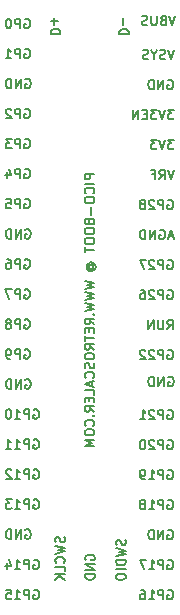
<source format=gbr>
%TF.GenerationSoftware,KiCad,Pcbnew,(6.0.7-1)-1*%
%TF.CreationDate,2022-09-30T15:54:31+08:00*%
%TF.ProjectId,PicoBoot,5069636f-426f-46f7-942e-6b696361645f,REV1*%
%TF.SameCoordinates,Original*%
%TF.FileFunction,Legend,Bot*%
%TF.FilePolarity,Positive*%
%FSLAX46Y46*%
G04 Gerber Fmt 4.6, Leading zero omitted, Abs format (unit mm)*
G04 Created by KiCad (PCBNEW (6.0.7-1)-1) date 2022-09-30 15:54:31*
%MOMM*%
%LPD*%
G01*
G04 APERTURE LIST*
%ADD10C,0.153000*%
G04 APERTURE END LIST*
D10*
X101473809Y-102074121D02*
X101511904Y-102188407D01*
X101511904Y-102378883D01*
X101473809Y-102455073D01*
X101435714Y-102493169D01*
X101359523Y-102531264D01*
X101283333Y-102531264D01*
X101207142Y-102493169D01*
X101169047Y-102455073D01*
X101130952Y-102378883D01*
X101092857Y-102226502D01*
X101054761Y-102150311D01*
X101016666Y-102112216D01*
X100940476Y-102074121D01*
X100864285Y-102074121D01*
X100788095Y-102112216D01*
X100750000Y-102150311D01*
X100711904Y-102226502D01*
X100711904Y-102416978D01*
X100750000Y-102531264D01*
X100711904Y-102797930D02*
X101511904Y-102988407D01*
X100940476Y-103140788D01*
X101511904Y-103293169D01*
X100711904Y-103483645D01*
X101435714Y-104245550D02*
X101473809Y-104207454D01*
X101511904Y-104093169D01*
X101511904Y-104016978D01*
X101473809Y-103902692D01*
X101397619Y-103826502D01*
X101321428Y-103788407D01*
X101169047Y-103750311D01*
X101054761Y-103750311D01*
X100902380Y-103788407D01*
X100826190Y-103826502D01*
X100750000Y-103902692D01*
X100711904Y-104016978D01*
X100711904Y-104093169D01*
X100750000Y-104207454D01*
X100788095Y-104245550D01*
X101511904Y-104969359D02*
X101511904Y-104588407D01*
X100711904Y-104588407D01*
X101511904Y-105236026D02*
X100711904Y-105236026D01*
X101511904Y-105693169D02*
X101054761Y-105350311D01*
X100711904Y-105693169D02*
X101169047Y-105236026D01*
X103290000Y-104016978D02*
X103251904Y-103940788D01*
X103251904Y-103826502D01*
X103290000Y-103712216D01*
X103366190Y-103636026D01*
X103442380Y-103597930D01*
X103594761Y-103559835D01*
X103709047Y-103559835D01*
X103861428Y-103597930D01*
X103937619Y-103636026D01*
X104013809Y-103712216D01*
X104051904Y-103826502D01*
X104051904Y-103902692D01*
X104013809Y-104016978D01*
X103975714Y-104055073D01*
X103709047Y-104055073D01*
X103709047Y-103902692D01*
X104051904Y-104397930D02*
X103251904Y-104397930D01*
X104051904Y-104855073D01*
X103251904Y-104855073D01*
X104051904Y-105236026D02*
X103251904Y-105236026D01*
X103251904Y-105426502D01*
X103290000Y-105540788D01*
X103366190Y-105616978D01*
X103442380Y-105655073D01*
X103594761Y-105693169D01*
X103709047Y-105693169D01*
X103861428Y-105655073D01*
X103937619Y-105616978D01*
X104013809Y-105540788D01*
X104051904Y-105426502D01*
X104051904Y-105236026D01*
X110252380Y-93889470D02*
X110328571Y-93851374D01*
X110442857Y-93851374D01*
X110557142Y-93889470D01*
X110633333Y-93965660D01*
X110671428Y-94041850D01*
X110709523Y-94194231D01*
X110709523Y-94308517D01*
X110671428Y-94460898D01*
X110633333Y-94537089D01*
X110557142Y-94613279D01*
X110442857Y-94651374D01*
X110366666Y-94651374D01*
X110252380Y-94613279D01*
X110214285Y-94575184D01*
X110214285Y-94308517D01*
X110366666Y-94308517D01*
X109871428Y-94651374D02*
X109871428Y-93851374D01*
X109566666Y-93851374D01*
X109490476Y-93889470D01*
X109452380Y-93927565D01*
X109414285Y-94003755D01*
X109414285Y-94118041D01*
X109452380Y-94194231D01*
X109490476Y-94232327D01*
X109566666Y-94270422D01*
X109871428Y-94270422D01*
X109109523Y-93927565D02*
X109071428Y-93889470D01*
X108995238Y-93851374D01*
X108804761Y-93851374D01*
X108728571Y-93889470D01*
X108690476Y-93927565D01*
X108652380Y-94003755D01*
X108652380Y-94079946D01*
X108690476Y-94194231D01*
X109147619Y-94651374D01*
X108652380Y-94651374D01*
X108157142Y-93851374D02*
X108080952Y-93851374D01*
X108004761Y-93889470D01*
X107966666Y-93927565D01*
X107928571Y-94003755D01*
X107890476Y-94156136D01*
X107890476Y-94346612D01*
X107928571Y-94498993D01*
X107966666Y-94575184D01*
X108004761Y-94613279D01*
X108080952Y-94651374D01*
X108157142Y-94651374D01*
X108233333Y-94613279D01*
X108271428Y-94575184D01*
X108309523Y-94498993D01*
X108347619Y-94346612D01*
X108347619Y-94156136D01*
X108309523Y-94003755D01*
X108271428Y-93927565D01*
X108233333Y-93889470D01*
X108157142Y-93851374D01*
X110747618Y-65888219D02*
X110252380Y-65888219D01*
X110519047Y-66192981D01*
X110404761Y-66192981D01*
X110328570Y-66231076D01*
X110290475Y-66269172D01*
X110252380Y-66345362D01*
X110252380Y-66535838D01*
X110290475Y-66612029D01*
X110328570Y-66650124D01*
X110404761Y-66688219D01*
X110633332Y-66688219D01*
X110709523Y-66650124D01*
X110747618Y-66612029D01*
X110023809Y-65888219D02*
X109757142Y-66688219D01*
X109490475Y-65888219D01*
X109299999Y-65888219D02*
X108804761Y-65888219D01*
X109071428Y-66192981D01*
X108957142Y-66192981D01*
X108880951Y-66231076D01*
X108842856Y-66269172D01*
X108804761Y-66345362D01*
X108804761Y-66535838D01*
X108842856Y-66612029D01*
X108880951Y-66650124D01*
X108957142Y-66688219D01*
X109185713Y-66688219D01*
X109261904Y-66650124D01*
X109299999Y-66612029D01*
X108461904Y-66269172D02*
X108195237Y-66269172D01*
X108080951Y-66688219D02*
X108461904Y-66688219D01*
X108461904Y-65888219D01*
X108080951Y-65888219D01*
X107738094Y-66688219D02*
X107738094Y-65888219D01*
X107280951Y-66688219D01*
X107280951Y-65888219D01*
X110747619Y-68430324D02*
X110252381Y-68430324D01*
X110519047Y-68735086D01*
X110404762Y-68735086D01*
X110328571Y-68773181D01*
X110290476Y-68811277D01*
X110252381Y-68887467D01*
X110252381Y-69077943D01*
X110290476Y-69154134D01*
X110328571Y-69192229D01*
X110404762Y-69230324D01*
X110633333Y-69230324D01*
X110709523Y-69192229D01*
X110747619Y-69154134D01*
X110023809Y-68430324D02*
X109757143Y-69230324D01*
X109490476Y-68430324D01*
X109300000Y-68430324D02*
X108804762Y-68430324D01*
X109071428Y-68735086D01*
X108957143Y-68735086D01*
X108880952Y-68773181D01*
X108842857Y-68811277D01*
X108804762Y-68887467D01*
X108804762Y-69077943D01*
X108842857Y-69154134D01*
X108880952Y-69192229D01*
X108957143Y-69230324D01*
X109185714Y-69230324D01*
X109261904Y-69192229D01*
X109300000Y-69154134D01*
X98877380Y-106563158D02*
X98953571Y-106525062D01*
X99067857Y-106525062D01*
X99182142Y-106563158D01*
X99258333Y-106639348D01*
X99296428Y-106715538D01*
X99334523Y-106867919D01*
X99334523Y-106982205D01*
X99296428Y-107134586D01*
X99258333Y-107210777D01*
X99182142Y-107286967D01*
X99067857Y-107325062D01*
X98991666Y-107325062D01*
X98877380Y-107286967D01*
X98839285Y-107248872D01*
X98839285Y-106982205D01*
X98991666Y-106982205D01*
X98496428Y-107325062D02*
X98496428Y-106525062D01*
X98191666Y-106525062D01*
X98115476Y-106563158D01*
X98077380Y-106601253D01*
X98039285Y-106677443D01*
X98039285Y-106791729D01*
X98077380Y-106867919D01*
X98115476Y-106906015D01*
X98191666Y-106944110D01*
X98496428Y-106944110D01*
X97277380Y-107325062D02*
X97734523Y-107325062D01*
X97505952Y-107325062D02*
X97505952Y-106525062D01*
X97582142Y-106639348D01*
X97658333Y-106715538D01*
X97734523Y-106753634D01*
X96553571Y-106525062D02*
X96934523Y-106525062D01*
X96972619Y-106906015D01*
X96934523Y-106867919D01*
X96858333Y-106829824D01*
X96667857Y-106829824D01*
X96591666Y-106867919D01*
X96553571Y-106906015D01*
X96515476Y-106982205D01*
X96515476Y-107172681D01*
X96553571Y-107248872D01*
X96591666Y-107286967D01*
X96667857Y-107325062D01*
X96858333Y-107325062D01*
X96934523Y-107286967D01*
X96972619Y-107248872D01*
X106630951Y-102307692D02*
X106669046Y-102421978D01*
X106669046Y-102612454D01*
X106630951Y-102688645D01*
X106592856Y-102726740D01*
X106516665Y-102764835D01*
X106440475Y-102764835D01*
X106364284Y-102726740D01*
X106326189Y-102688645D01*
X106288094Y-102612454D01*
X106249999Y-102460073D01*
X106211903Y-102383883D01*
X106173808Y-102345788D01*
X106097618Y-102307692D01*
X106021427Y-102307692D01*
X105945237Y-102345788D01*
X105907142Y-102383883D01*
X105869046Y-102460073D01*
X105869046Y-102650550D01*
X105907142Y-102764835D01*
X105869046Y-103031502D02*
X106669046Y-103221978D01*
X106097618Y-103374359D01*
X106669046Y-103526740D01*
X105869046Y-103717216D01*
X106669046Y-104021978D02*
X105869046Y-104021978D01*
X105869046Y-104212454D01*
X105907142Y-104326740D01*
X105983332Y-104402930D01*
X106059522Y-104441026D01*
X106211903Y-104479121D01*
X106326189Y-104479121D01*
X106478570Y-104441026D01*
X106554761Y-104402930D01*
X106630951Y-104326740D01*
X106669046Y-104212454D01*
X106669046Y-104021978D01*
X106669046Y-104821978D02*
X105869046Y-104821978D01*
X105869046Y-105355311D02*
X105869046Y-105507692D01*
X105907142Y-105583883D01*
X105983332Y-105660073D01*
X106135713Y-105698169D01*
X106402380Y-105698169D01*
X106554761Y-105660073D01*
X106630951Y-105583883D01*
X106669046Y-105507692D01*
X106669046Y-105355311D01*
X106630951Y-105279121D01*
X106554761Y-105202930D01*
X106402380Y-105164835D01*
X106135713Y-105164835D01*
X105983332Y-105202930D01*
X105907142Y-105279121D01*
X105869046Y-105355311D01*
X110785714Y-60804009D02*
X110519047Y-61604009D01*
X110252381Y-60804009D01*
X110023809Y-61565914D02*
X109909524Y-61604009D01*
X109719047Y-61604009D01*
X109642857Y-61565914D01*
X109604762Y-61527819D01*
X109566666Y-61451628D01*
X109566666Y-61375438D01*
X109604762Y-61299247D01*
X109642857Y-61261152D01*
X109719047Y-61223057D01*
X109871428Y-61184962D01*
X109947619Y-61146866D01*
X109985714Y-61108771D01*
X110023809Y-61032581D01*
X110023809Y-60956390D01*
X109985714Y-60880200D01*
X109947619Y-60842105D01*
X109871428Y-60804009D01*
X109680952Y-60804009D01*
X109566666Y-60842105D01*
X109071428Y-61223057D02*
X109071428Y-61604009D01*
X109338095Y-60804009D02*
X109071428Y-61223057D01*
X108804762Y-60804009D01*
X108576190Y-61565914D02*
X108461905Y-61604009D01*
X108271428Y-61604009D01*
X108195238Y-61565914D01*
X108157143Y-61527819D01*
X108119047Y-61451628D01*
X108119047Y-61375438D01*
X108157143Y-61299247D01*
X108195238Y-61261152D01*
X108271428Y-61223057D01*
X108423809Y-61184962D01*
X108500000Y-61146866D01*
X108538095Y-61108771D01*
X108576190Y-61032581D01*
X108576190Y-60956390D01*
X108538095Y-60880200D01*
X108500000Y-60842105D01*
X108423809Y-60804009D01*
X108233333Y-60804009D01*
X108119047Y-60842105D01*
X98115475Y-81128947D02*
X98191666Y-81090851D01*
X98305951Y-81090851D01*
X98420237Y-81128947D01*
X98496427Y-81205137D01*
X98534523Y-81281327D01*
X98572618Y-81433708D01*
X98572618Y-81547994D01*
X98534523Y-81700375D01*
X98496427Y-81776566D01*
X98420237Y-81852756D01*
X98305951Y-81890851D01*
X98229761Y-81890851D01*
X98115475Y-81852756D01*
X98077380Y-81814661D01*
X98077380Y-81547994D01*
X98229761Y-81547994D01*
X97734523Y-81890851D02*
X97734523Y-81090851D01*
X97429761Y-81090851D01*
X97353570Y-81128947D01*
X97315475Y-81167042D01*
X97277380Y-81243232D01*
X97277380Y-81357518D01*
X97315475Y-81433708D01*
X97353570Y-81471804D01*
X97429761Y-81509899D01*
X97734523Y-81509899D01*
X97010713Y-81090851D02*
X96477380Y-81090851D01*
X96820237Y-81890851D01*
X110252380Y-104057890D02*
X110328571Y-104019794D01*
X110442857Y-104019794D01*
X110557142Y-104057890D01*
X110633333Y-104134080D01*
X110671428Y-104210270D01*
X110709523Y-104362651D01*
X110709523Y-104476937D01*
X110671428Y-104629318D01*
X110633333Y-104705509D01*
X110557142Y-104781699D01*
X110442857Y-104819794D01*
X110366666Y-104819794D01*
X110252380Y-104781699D01*
X110214285Y-104743604D01*
X110214285Y-104476937D01*
X110366666Y-104476937D01*
X109871428Y-104819794D02*
X109871428Y-104019794D01*
X109566666Y-104019794D01*
X109490476Y-104057890D01*
X109452380Y-104095985D01*
X109414285Y-104172175D01*
X109414285Y-104286461D01*
X109452380Y-104362651D01*
X109490476Y-104400747D01*
X109566666Y-104438842D01*
X109871428Y-104438842D01*
X108652380Y-104819794D02*
X109109523Y-104819794D01*
X108880952Y-104819794D02*
X108880952Y-104019794D01*
X108957142Y-104134080D01*
X109033333Y-104210270D01*
X109109523Y-104248366D01*
X108385714Y-104019794D02*
X107852380Y-104019794D01*
X108195238Y-104819794D01*
X110709523Y-76628068D02*
X110328571Y-76628068D01*
X110785714Y-76856639D02*
X110519047Y-76056639D01*
X110252380Y-76856639D01*
X109566666Y-76094735D02*
X109642857Y-76056639D01*
X109757142Y-76056639D01*
X109871428Y-76094735D01*
X109947619Y-76170925D01*
X109985714Y-76247115D01*
X110023809Y-76399496D01*
X110023809Y-76513782D01*
X109985714Y-76666163D01*
X109947619Y-76742354D01*
X109871428Y-76818544D01*
X109757142Y-76856639D01*
X109680952Y-76856639D01*
X109566666Y-76818544D01*
X109528571Y-76780449D01*
X109528571Y-76513782D01*
X109680952Y-76513782D01*
X109185714Y-76856639D02*
X109185714Y-76056639D01*
X108728571Y-76856639D01*
X108728571Y-76056639D01*
X108347619Y-76856639D02*
X108347619Y-76056639D01*
X108157142Y-76056639D01*
X108042857Y-76094735D01*
X107966666Y-76170925D01*
X107928571Y-76247115D01*
X107890476Y-76399496D01*
X107890476Y-76513782D01*
X107928571Y-76666163D01*
X107966666Y-76742354D01*
X108042857Y-76818544D01*
X108157142Y-76856639D01*
X108347619Y-76856639D01*
X110252380Y-91347365D02*
X110328571Y-91309269D01*
X110442857Y-91309269D01*
X110557142Y-91347365D01*
X110633333Y-91423555D01*
X110671428Y-91499745D01*
X110709523Y-91652126D01*
X110709523Y-91766412D01*
X110671428Y-91918793D01*
X110633333Y-91994984D01*
X110557142Y-92071174D01*
X110442857Y-92109269D01*
X110366666Y-92109269D01*
X110252380Y-92071174D01*
X110214285Y-92033079D01*
X110214285Y-91766412D01*
X110366666Y-91766412D01*
X109871428Y-92109269D02*
X109871428Y-91309269D01*
X109566666Y-91309269D01*
X109490476Y-91347365D01*
X109452380Y-91385460D01*
X109414285Y-91461650D01*
X109414285Y-91575936D01*
X109452380Y-91652126D01*
X109490476Y-91690222D01*
X109566666Y-91728317D01*
X109871428Y-91728317D01*
X109109523Y-91385460D02*
X109071428Y-91347365D01*
X108995238Y-91309269D01*
X108804761Y-91309269D01*
X108728571Y-91347365D01*
X108690476Y-91385460D01*
X108652380Y-91461650D01*
X108652380Y-91537841D01*
X108690476Y-91652126D01*
X109147619Y-92109269D01*
X108652380Y-92109269D01*
X107890476Y-92109269D02*
X108347619Y-92109269D01*
X108119047Y-92109269D02*
X108119047Y-91309269D01*
X108195238Y-91423555D01*
X108271428Y-91499745D01*
X108347619Y-91537841D01*
X110284523Y-88525000D02*
X110360714Y-88486904D01*
X110475000Y-88486904D01*
X110589285Y-88525000D01*
X110665476Y-88601190D01*
X110703571Y-88677380D01*
X110741666Y-88829761D01*
X110741666Y-88944047D01*
X110703571Y-89096428D01*
X110665476Y-89172619D01*
X110589285Y-89248809D01*
X110475000Y-89286904D01*
X110398809Y-89286904D01*
X110284523Y-89248809D01*
X110246428Y-89210714D01*
X110246428Y-88944047D01*
X110398809Y-88944047D01*
X109903571Y-89286904D02*
X109903571Y-88486904D01*
X109446428Y-89286904D01*
X109446428Y-88486904D01*
X109065476Y-89286904D02*
X109065476Y-88486904D01*
X108875000Y-88486904D01*
X108760714Y-88525000D01*
X108684523Y-88601190D01*
X108646428Y-88677380D01*
X108608333Y-88829761D01*
X108608333Y-88944047D01*
X108646428Y-89096428D01*
X108684523Y-89172619D01*
X108760714Y-89248809D01*
X108875000Y-89286904D01*
X109065476Y-89286904D01*
X98115475Y-83672368D02*
X98191666Y-83634272D01*
X98305951Y-83634272D01*
X98420237Y-83672368D01*
X98496427Y-83748558D01*
X98534523Y-83824748D01*
X98572618Y-83977129D01*
X98572618Y-84091415D01*
X98534523Y-84243796D01*
X98496427Y-84319987D01*
X98420237Y-84396177D01*
X98305951Y-84434272D01*
X98229761Y-84434272D01*
X98115475Y-84396177D01*
X98077380Y-84358082D01*
X98077380Y-84091415D01*
X98229761Y-84091415D01*
X97734523Y-84434272D02*
X97734523Y-83634272D01*
X97429761Y-83634272D01*
X97353570Y-83672368D01*
X97315475Y-83710463D01*
X97277380Y-83786653D01*
X97277380Y-83900939D01*
X97315475Y-83977129D01*
X97353570Y-84015225D01*
X97429761Y-84053320D01*
X97734523Y-84053320D01*
X96820237Y-83977129D02*
X96896427Y-83939034D01*
X96934523Y-83900939D01*
X96972618Y-83824748D01*
X96972618Y-83786653D01*
X96934523Y-83710463D01*
X96896427Y-83672368D01*
X96820237Y-83634272D01*
X96667856Y-83634272D01*
X96591666Y-83672368D01*
X96553570Y-83710463D01*
X96515475Y-83786653D01*
X96515475Y-83824748D01*
X96553570Y-83900939D01*
X96591666Y-83939034D01*
X96667856Y-83977129D01*
X96820237Y-83977129D01*
X96896427Y-84015225D01*
X96934523Y-84053320D01*
X96972618Y-84129510D01*
X96972618Y-84281891D01*
X96934523Y-84358082D01*
X96896427Y-84396177D01*
X96820237Y-84434272D01*
X96667856Y-84434272D01*
X96591666Y-84396177D01*
X96553570Y-84358082D01*
X96515475Y-84281891D01*
X96515475Y-84129510D01*
X96553570Y-84053320D01*
X96591666Y-84015225D01*
X96667856Y-83977129D01*
X110785713Y-70972429D02*
X110519047Y-71772429D01*
X110252380Y-70972429D01*
X109528570Y-71772429D02*
X109795237Y-71391477D01*
X109985713Y-71772429D02*
X109985713Y-70972429D01*
X109680951Y-70972429D01*
X109604761Y-71010525D01*
X109566666Y-71048620D01*
X109528570Y-71124810D01*
X109528570Y-71239096D01*
X109566666Y-71315286D01*
X109604761Y-71353382D01*
X109680951Y-71391477D01*
X109985713Y-71391477D01*
X108919047Y-71353382D02*
X109185713Y-71353382D01*
X109185713Y-71772429D02*
X109185713Y-70972429D01*
X108804761Y-70972429D01*
X98877380Y-91302631D02*
X98953571Y-91264535D01*
X99067857Y-91264535D01*
X99182142Y-91302631D01*
X99258333Y-91378821D01*
X99296428Y-91455011D01*
X99334523Y-91607392D01*
X99334523Y-91721678D01*
X99296428Y-91874059D01*
X99258333Y-91950250D01*
X99182142Y-92026440D01*
X99067857Y-92064535D01*
X98991666Y-92064535D01*
X98877380Y-92026440D01*
X98839285Y-91988345D01*
X98839285Y-91721678D01*
X98991666Y-91721678D01*
X98496428Y-92064535D02*
X98496428Y-91264535D01*
X98191666Y-91264535D01*
X98115476Y-91302631D01*
X98077380Y-91340726D01*
X98039285Y-91416916D01*
X98039285Y-91531202D01*
X98077380Y-91607392D01*
X98115476Y-91645488D01*
X98191666Y-91683583D01*
X98496428Y-91683583D01*
X97277380Y-92064535D02*
X97734523Y-92064535D01*
X97505952Y-92064535D02*
X97505952Y-91264535D01*
X97582142Y-91378821D01*
X97658333Y-91455011D01*
X97734523Y-91493107D01*
X96782142Y-91264535D02*
X96705952Y-91264535D01*
X96629761Y-91302631D01*
X96591666Y-91340726D01*
X96553571Y-91416916D01*
X96515476Y-91569297D01*
X96515476Y-91759773D01*
X96553571Y-91912154D01*
X96591666Y-91988345D01*
X96629761Y-92026440D01*
X96705952Y-92064535D01*
X96782142Y-92064535D01*
X96858333Y-92026440D01*
X96896428Y-91988345D01*
X96934523Y-91912154D01*
X96972619Y-91759773D01*
X96972619Y-91569297D01*
X96934523Y-91416916D01*
X96896428Y-91340726D01*
X96858333Y-91302631D01*
X96782142Y-91264535D01*
X110252380Y-98973680D02*
X110328571Y-98935584D01*
X110442857Y-98935584D01*
X110557142Y-98973680D01*
X110633333Y-99049870D01*
X110671428Y-99126060D01*
X110709523Y-99278441D01*
X110709523Y-99392727D01*
X110671428Y-99545108D01*
X110633333Y-99621299D01*
X110557142Y-99697489D01*
X110442857Y-99735584D01*
X110366666Y-99735584D01*
X110252380Y-99697489D01*
X110214285Y-99659394D01*
X110214285Y-99392727D01*
X110366666Y-99392727D01*
X109871428Y-99735584D02*
X109871428Y-98935584D01*
X109566666Y-98935584D01*
X109490476Y-98973680D01*
X109452380Y-99011775D01*
X109414285Y-99087965D01*
X109414285Y-99202251D01*
X109452380Y-99278441D01*
X109490476Y-99316537D01*
X109566666Y-99354632D01*
X109871428Y-99354632D01*
X108652380Y-99735584D02*
X109109523Y-99735584D01*
X108880952Y-99735584D02*
X108880952Y-98935584D01*
X108957142Y-99049870D01*
X109033333Y-99126060D01*
X109109523Y-99164156D01*
X108195238Y-99278441D02*
X108271428Y-99240346D01*
X108309523Y-99202251D01*
X108347619Y-99126060D01*
X108347619Y-99087965D01*
X108309523Y-99011775D01*
X108271428Y-98973680D01*
X108195238Y-98935584D01*
X108042857Y-98935584D01*
X107966666Y-98973680D01*
X107928571Y-99011775D01*
X107890476Y-99087965D01*
X107890476Y-99126060D01*
X107928571Y-99202251D01*
X107966666Y-99240346D01*
X108042857Y-99278441D01*
X108195238Y-99278441D01*
X108271428Y-99316537D01*
X108309523Y-99354632D01*
X108347619Y-99430822D01*
X108347619Y-99583203D01*
X108309523Y-99659394D01*
X108271428Y-99697489D01*
X108195238Y-99735584D01*
X108042857Y-99735584D01*
X107966666Y-99697489D01*
X107928571Y-99659394D01*
X107890476Y-99583203D01*
X107890476Y-99430822D01*
X107928571Y-99354632D01*
X107966666Y-99316537D01*
X108042857Y-99278441D01*
X98115475Y-73498684D02*
X98191666Y-73460588D01*
X98305951Y-73460588D01*
X98420237Y-73498684D01*
X98496427Y-73574874D01*
X98534523Y-73651064D01*
X98572618Y-73803445D01*
X98572618Y-73917731D01*
X98534523Y-74070112D01*
X98496427Y-74146303D01*
X98420237Y-74222493D01*
X98305951Y-74260588D01*
X98229761Y-74260588D01*
X98115475Y-74222493D01*
X98077380Y-74184398D01*
X98077380Y-73917731D01*
X98229761Y-73917731D01*
X97734523Y-74260588D02*
X97734523Y-73460588D01*
X97429761Y-73460588D01*
X97353570Y-73498684D01*
X97315475Y-73536779D01*
X97277380Y-73612969D01*
X97277380Y-73727255D01*
X97315475Y-73803445D01*
X97353570Y-73841541D01*
X97429761Y-73879636D01*
X97734523Y-73879636D01*
X96553570Y-73460588D02*
X96934523Y-73460588D01*
X96972618Y-73841541D01*
X96934523Y-73803445D01*
X96858332Y-73765350D01*
X96667856Y-73765350D01*
X96591666Y-73803445D01*
X96553570Y-73841541D01*
X96515475Y-73917731D01*
X96515475Y-74108207D01*
X96553570Y-74184398D01*
X96591666Y-74222493D01*
X96667856Y-74260588D01*
X96858332Y-74260588D01*
X96934523Y-74222493D01*
X96972618Y-74184398D01*
X110252380Y-106600000D02*
X110328571Y-106561904D01*
X110442857Y-106561904D01*
X110557142Y-106600000D01*
X110633333Y-106676190D01*
X110671428Y-106752380D01*
X110709523Y-106904761D01*
X110709523Y-107019047D01*
X110671428Y-107171428D01*
X110633333Y-107247619D01*
X110557142Y-107323809D01*
X110442857Y-107361904D01*
X110366666Y-107361904D01*
X110252380Y-107323809D01*
X110214285Y-107285714D01*
X110214285Y-107019047D01*
X110366666Y-107019047D01*
X109871428Y-107361904D02*
X109871428Y-106561904D01*
X109566666Y-106561904D01*
X109490476Y-106600000D01*
X109452380Y-106638095D01*
X109414285Y-106714285D01*
X109414285Y-106828571D01*
X109452380Y-106904761D01*
X109490476Y-106942857D01*
X109566666Y-106980952D01*
X109871428Y-106980952D01*
X108652380Y-107361904D02*
X109109523Y-107361904D01*
X108880952Y-107361904D02*
X108880952Y-106561904D01*
X108957142Y-106676190D01*
X109033333Y-106752380D01*
X109109523Y-106790476D01*
X107966666Y-106561904D02*
X108119047Y-106561904D01*
X108195238Y-106600000D01*
X108233333Y-106638095D01*
X108309523Y-106752380D01*
X108347619Y-106904761D01*
X108347619Y-107209523D01*
X108309523Y-107285714D01*
X108271428Y-107323809D01*
X108195238Y-107361904D01*
X108042857Y-107361904D01*
X107966666Y-107323809D01*
X107928571Y-107285714D01*
X107890476Y-107209523D01*
X107890476Y-107019047D01*
X107928571Y-106942857D01*
X107966666Y-106904761D01*
X108042857Y-106866666D01*
X108195238Y-106866666D01*
X108271428Y-106904761D01*
X108309523Y-106942857D01*
X108347619Y-107019047D01*
X98115475Y-78585526D02*
X98191666Y-78547430D01*
X98305951Y-78547430D01*
X98420237Y-78585526D01*
X98496427Y-78661716D01*
X98534523Y-78737906D01*
X98572618Y-78890287D01*
X98572618Y-79004573D01*
X98534523Y-79156954D01*
X98496427Y-79233145D01*
X98420237Y-79309335D01*
X98305951Y-79347430D01*
X98229761Y-79347430D01*
X98115475Y-79309335D01*
X98077380Y-79271240D01*
X98077380Y-79004573D01*
X98229761Y-79004573D01*
X97734523Y-79347430D02*
X97734523Y-78547430D01*
X97429761Y-78547430D01*
X97353570Y-78585526D01*
X97315475Y-78623621D01*
X97277380Y-78699811D01*
X97277380Y-78814097D01*
X97315475Y-78890287D01*
X97353570Y-78928383D01*
X97429761Y-78966478D01*
X97734523Y-78966478D01*
X96591666Y-78547430D02*
X96744047Y-78547430D01*
X96820237Y-78585526D01*
X96858332Y-78623621D01*
X96934523Y-78737906D01*
X96972618Y-78890287D01*
X96972618Y-79195049D01*
X96934523Y-79271240D01*
X96896427Y-79309335D01*
X96820237Y-79347430D01*
X96667856Y-79347430D01*
X96591666Y-79309335D01*
X96553570Y-79271240D01*
X96515475Y-79195049D01*
X96515475Y-79004573D01*
X96553570Y-78928383D01*
X96591666Y-78890287D01*
X96667856Y-78852192D01*
X96820237Y-78852192D01*
X96896427Y-78890287D01*
X96934523Y-78928383D01*
X96972618Y-79004573D01*
X110252380Y-101515785D02*
X110328571Y-101477689D01*
X110442857Y-101477689D01*
X110557142Y-101515785D01*
X110633333Y-101591975D01*
X110671428Y-101668165D01*
X110709523Y-101820546D01*
X110709523Y-101934832D01*
X110671428Y-102087213D01*
X110633333Y-102163404D01*
X110557142Y-102239594D01*
X110442857Y-102277689D01*
X110366666Y-102277689D01*
X110252380Y-102239594D01*
X110214285Y-102201499D01*
X110214285Y-101934832D01*
X110366666Y-101934832D01*
X109871428Y-102277689D02*
X109871428Y-101477689D01*
X109414285Y-102277689D01*
X109414285Y-101477689D01*
X109033333Y-102277689D02*
X109033333Y-101477689D01*
X108842857Y-101477689D01*
X108728571Y-101515785D01*
X108652380Y-101591975D01*
X108614285Y-101668165D01*
X108576190Y-101820546D01*
X108576190Y-101934832D01*
X108614285Y-102087213D01*
X108652380Y-102163404D01*
X108728571Y-102239594D01*
X108842857Y-102277689D01*
X109033333Y-102277689D01*
X98877380Y-93846052D02*
X98953571Y-93807956D01*
X99067857Y-93807956D01*
X99182142Y-93846052D01*
X99258333Y-93922242D01*
X99296428Y-93998432D01*
X99334523Y-94150813D01*
X99334523Y-94265099D01*
X99296428Y-94417480D01*
X99258333Y-94493671D01*
X99182142Y-94569861D01*
X99067857Y-94607956D01*
X98991666Y-94607956D01*
X98877380Y-94569861D01*
X98839285Y-94531766D01*
X98839285Y-94265099D01*
X98991666Y-94265099D01*
X98496428Y-94607956D02*
X98496428Y-93807956D01*
X98191666Y-93807956D01*
X98115476Y-93846052D01*
X98077380Y-93884147D01*
X98039285Y-93960337D01*
X98039285Y-94074623D01*
X98077380Y-94150813D01*
X98115476Y-94188909D01*
X98191666Y-94227004D01*
X98496428Y-94227004D01*
X97277380Y-94607956D02*
X97734523Y-94607956D01*
X97505952Y-94607956D02*
X97505952Y-93807956D01*
X97582142Y-93922242D01*
X97658333Y-93998432D01*
X97734523Y-94036528D01*
X96515476Y-94607956D02*
X96972619Y-94607956D01*
X96744047Y-94607956D02*
X96744047Y-93807956D01*
X96820238Y-93922242D01*
X96896428Y-93998432D01*
X96972619Y-94036528D01*
X98115475Y-86215789D02*
X98191666Y-86177693D01*
X98305951Y-86177693D01*
X98420237Y-86215789D01*
X98496427Y-86291979D01*
X98534523Y-86368169D01*
X98572618Y-86520550D01*
X98572618Y-86634836D01*
X98534523Y-86787217D01*
X98496427Y-86863408D01*
X98420237Y-86939598D01*
X98305951Y-86977693D01*
X98229761Y-86977693D01*
X98115475Y-86939598D01*
X98077380Y-86901503D01*
X98077380Y-86634836D01*
X98229761Y-86634836D01*
X97734523Y-86977693D02*
X97734523Y-86177693D01*
X97429761Y-86177693D01*
X97353570Y-86215789D01*
X97315475Y-86253884D01*
X97277380Y-86330074D01*
X97277380Y-86444360D01*
X97315475Y-86520550D01*
X97353570Y-86558646D01*
X97429761Y-86596741D01*
X97734523Y-86596741D01*
X96896427Y-86977693D02*
X96744047Y-86977693D01*
X96667856Y-86939598D01*
X96629761Y-86901503D01*
X96553570Y-86787217D01*
X96515475Y-86634836D01*
X96515475Y-86330074D01*
X96553570Y-86253884D01*
X96591666Y-86215789D01*
X96667856Y-86177693D01*
X96820237Y-86177693D01*
X96896427Y-86215789D01*
X96934523Y-86253884D01*
X96972618Y-86330074D01*
X96972618Y-86520550D01*
X96934523Y-86596741D01*
X96896427Y-86634836D01*
X96820237Y-86672931D01*
X96667856Y-86672931D01*
X96591666Y-86634836D01*
X96553570Y-86596741D01*
X96515475Y-86520550D01*
X110252380Y-96431575D02*
X110328571Y-96393479D01*
X110442857Y-96393479D01*
X110557142Y-96431575D01*
X110633333Y-96507765D01*
X110671428Y-96583955D01*
X110709523Y-96736336D01*
X110709523Y-96850622D01*
X110671428Y-97003003D01*
X110633333Y-97079194D01*
X110557142Y-97155384D01*
X110442857Y-97193479D01*
X110366666Y-97193479D01*
X110252380Y-97155384D01*
X110214285Y-97117289D01*
X110214285Y-96850622D01*
X110366666Y-96850622D01*
X109871428Y-97193479D02*
X109871428Y-96393479D01*
X109566666Y-96393479D01*
X109490476Y-96431575D01*
X109452380Y-96469670D01*
X109414285Y-96545860D01*
X109414285Y-96660146D01*
X109452380Y-96736336D01*
X109490476Y-96774432D01*
X109566666Y-96812527D01*
X109871428Y-96812527D01*
X108652380Y-97193479D02*
X109109523Y-97193479D01*
X108880952Y-97193479D02*
X108880952Y-96393479D01*
X108957142Y-96507765D01*
X109033333Y-96583955D01*
X109109523Y-96622051D01*
X108271428Y-97193479D02*
X108119047Y-97193479D01*
X108042857Y-97155384D01*
X108004761Y-97117289D01*
X107928571Y-97003003D01*
X107890476Y-96850622D01*
X107890476Y-96545860D01*
X107928571Y-96469670D01*
X107966666Y-96431575D01*
X108042857Y-96393479D01*
X108195238Y-96393479D01*
X108271428Y-96431575D01*
X108309523Y-96469670D01*
X108347619Y-96545860D01*
X108347619Y-96736336D01*
X108309523Y-96812527D01*
X108271428Y-96850622D01*
X108195238Y-96888717D01*
X108042857Y-96888717D01*
X107966666Y-96850622D01*
X107928571Y-96812527D01*
X107890476Y-96736336D01*
X98115475Y-58238158D02*
X98191666Y-58200062D01*
X98305951Y-58200062D01*
X98420237Y-58238158D01*
X98496427Y-58314348D01*
X98534523Y-58390538D01*
X98572618Y-58542919D01*
X98572618Y-58657205D01*
X98534523Y-58809586D01*
X98496427Y-58885777D01*
X98420237Y-58961967D01*
X98305951Y-59000062D01*
X98229761Y-59000062D01*
X98115475Y-58961967D01*
X98077380Y-58923872D01*
X98077380Y-58657205D01*
X98229761Y-58657205D01*
X97734523Y-59000062D02*
X97734523Y-58200062D01*
X97429761Y-58200062D01*
X97353570Y-58238158D01*
X97315475Y-58276253D01*
X97277380Y-58352443D01*
X97277380Y-58466729D01*
X97315475Y-58542919D01*
X97353570Y-58581015D01*
X97429761Y-58619110D01*
X97734523Y-58619110D01*
X96782142Y-58200062D02*
X96705951Y-58200062D01*
X96629761Y-58238158D01*
X96591666Y-58276253D01*
X96553570Y-58352443D01*
X96515475Y-58504824D01*
X96515475Y-58695300D01*
X96553570Y-58847681D01*
X96591666Y-58923872D01*
X96629761Y-58961967D01*
X96705951Y-59000062D01*
X96782142Y-59000062D01*
X96858332Y-58961967D01*
X96896427Y-58923872D01*
X96934523Y-58847681D01*
X96972618Y-58695300D01*
X96972618Y-58504824D01*
X96934523Y-58352443D01*
X96896427Y-58276253D01*
X96858332Y-58238158D01*
X96782142Y-58200062D01*
X110891666Y-57936904D02*
X110625000Y-58736904D01*
X110358333Y-57936904D01*
X109825000Y-58317857D02*
X109710714Y-58355952D01*
X109672619Y-58394047D01*
X109634523Y-58470238D01*
X109634523Y-58584523D01*
X109672619Y-58660714D01*
X109710714Y-58698809D01*
X109786904Y-58736904D01*
X110091666Y-58736904D01*
X110091666Y-57936904D01*
X109825000Y-57936904D01*
X109748809Y-57975000D01*
X109710714Y-58013095D01*
X109672619Y-58089285D01*
X109672619Y-58165476D01*
X109710714Y-58241666D01*
X109748809Y-58279761D01*
X109825000Y-58317857D01*
X110091666Y-58317857D01*
X109291666Y-57936904D02*
X109291666Y-58584523D01*
X109253571Y-58660714D01*
X109215476Y-58698809D01*
X109139285Y-58736904D01*
X108986904Y-58736904D01*
X108910714Y-58698809D01*
X108872619Y-58660714D01*
X108834523Y-58584523D01*
X108834523Y-57936904D01*
X108491666Y-58698809D02*
X108377380Y-58736904D01*
X108186904Y-58736904D01*
X108110714Y-58698809D01*
X108072619Y-58660714D01*
X108034523Y-58584523D01*
X108034523Y-58508333D01*
X108072619Y-58432142D01*
X108110714Y-58394047D01*
X108186904Y-58355952D01*
X108339285Y-58317857D01*
X108415476Y-58279761D01*
X108453571Y-58241666D01*
X108491666Y-58165476D01*
X108491666Y-58089285D01*
X108453571Y-58013095D01*
X108415476Y-57975000D01*
X108339285Y-57936904D01*
X108148809Y-57936904D01*
X108034523Y-57975000D01*
X98115475Y-65868421D02*
X98191666Y-65830325D01*
X98305951Y-65830325D01*
X98420237Y-65868421D01*
X98496427Y-65944611D01*
X98534523Y-66020801D01*
X98572618Y-66173182D01*
X98572618Y-66287468D01*
X98534523Y-66439849D01*
X98496427Y-66516040D01*
X98420237Y-66592230D01*
X98305951Y-66630325D01*
X98229761Y-66630325D01*
X98115475Y-66592230D01*
X98077380Y-66554135D01*
X98077380Y-66287468D01*
X98229761Y-66287468D01*
X97734523Y-66630325D02*
X97734523Y-65830325D01*
X97429761Y-65830325D01*
X97353570Y-65868421D01*
X97315475Y-65906516D01*
X97277380Y-65982706D01*
X97277380Y-66096992D01*
X97315475Y-66173182D01*
X97353570Y-66211278D01*
X97429761Y-66249373D01*
X97734523Y-66249373D01*
X96972618Y-65906516D02*
X96934523Y-65868421D01*
X96858332Y-65830325D01*
X96667856Y-65830325D01*
X96591666Y-65868421D01*
X96553570Y-65906516D01*
X96515475Y-65982706D01*
X96515475Y-66058897D01*
X96553570Y-66173182D01*
X97010713Y-66630325D01*
X96515475Y-66630325D01*
X98115475Y-70955263D02*
X98191666Y-70917167D01*
X98305951Y-70917167D01*
X98420237Y-70955263D01*
X98496427Y-71031453D01*
X98534523Y-71107643D01*
X98572618Y-71260024D01*
X98572618Y-71374310D01*
X98534523Y-71526691D01*
X98496427Y-71602882D01*
X98420237Y-71679072D01*
X98305951Y-71717167D01*
X98229761Y-71717167D01*
X98115475Y-71679072D01*
X98077380Y-71640977D01*
X98077380Y-71374310D01*
X98229761Y-71374310D01*
X97734523Y-71717167D02*
X97734523Y-70917167D01*
X97429761Y-70917167D01*
X97353570Y-70955263D01*
X97315475Y-70993358D01*
X97277380Y-71069548D01*
X97277380Y-71183834D01*
X97315475Y-71260024D01*
X97353570Y-71298120D01*
X97429761Y-71336215D01*
X97734523Y-71336215D01*
X96591666Y-71183834D02*
X96591666Y-71717167D01*
X96782142Y-70879072D02*
X96972618Y-71450501D01*
X96477380Y-71450501D01*
X106138095Y-59504761D02*
X106938095Y-59504761D01*
X106938095Y-59314285D01*
X106900000Y-59200000D01*
X106823809Y-59123809D01*
X106747619Y-59085714D01*
X106595238Y-59047619D01*
X106480952Y-59047619D01*
X106328571Y-59085714D01*
X106252380Y-59123809D01*
X106176190Y-59200000D01*
X106138095Y-59314285D01*
X106138095Y-59504761D01*
X106442857Y-58704761D02*
X106442857Y-58095238D01*
X98191665Y-88759210D02*
X98267856Y-88721114D01*
X98382142Y-88721114D01*
X98496427Y-88759210D01*
X98572618Y-88835400D01*
X98610713Y-88911590D01*
X98648808Y-89063971D01*
X98648808Y-89178257D01*
X98610713Y-89330638D01*
X98572618Y-89406829D01*
X98496427Y-89483019D01*
X98382142Y-89521114D01*
X98305951Y-89521114D01*
X98191665Y-89483019D01*
X98153570Y-89444924D01*
X98153570Y-89178257D01*
X98305951Y-89178257D01*
X97810713Y-89521114D02*
X97810713Y-88721114D01*
X97353570Y-89521114D01*
X97353570Y-88721114D01*
X96972618Y-89521114D02*
X96972618Y-88721114D01*
X96782142Y-88721114D01*
X96667856Y-88759210D01*
X96591665Y-88835400D01*
X96553570Y-88911590D01*
X96515475Y-89063971D01*
X96515475Y-89178257D01*
X96553570Y-89330638D01*
X96591665Y-89406829D01*
X96667856Y-89483019D01*
X96782142Y-89521114D01*
X96972618Y-89521114D01*
X98191665Y-76042105D02*
X98267856Y-76004009D01*
X98382142Y-76004009D01*
X98496427Y-76042105D01*
X98572618Y-76118295D01*
X98610713Y-76194485D01*
X98648808Y-76346866D01*
X98648808Y-76461152D01*
X98610713Y-76613533D01*
X98572618Y-76689724D01*
X98496427Y-76765914D01*
X98382142Y-76804009D01*
X98305951Y-76804009D01*
X98191665Y-76765914D01*
X98153570Y-76727819D01*
X98153570Y-76461152D01*
X98305951Y-76461152D01*
X97810713Y-76804009D02*
X97810713Y-76004009D01*
X97353570Y-76804009D01*
X97353570Y-76004009D01*
X96972618Y-76804009D02*
X96972618Y-76004009D01*
X96782142Y-76004009D01*
X96667856Y-76042105D01*
X96591665Y-76118295D01*
X96553570Y-76194485D01*
X96515475Y-76346866D01*
X96515475Y-76461152D01*
X96553570Y-76613533D01*
X96591665Y-76689724D01*
X96667856Y-76765914D01*
X96782142Y-76804009D01*
X96972618Y-76804009D01*
X98191665Y-63325000D02*
X98267856Y-63286904D01*
X98382142Y-63286904D01*
X98496427Y-63325000D01*
X98572618Y-63401190D01*
X98610713Y-63477380D01*
X98648808Y-63629761D01*
X98648808Y-63744047D01*
X98610713Y-63896428D01*
X98572618Y-63972619D01*
X98496427Y-64048809D01*
X98382142Y-64086904D01*
X98305951Y-64086904D01*
X98191665Y-64048809D01*
X98153570Y-64010714D01*
X98153570Y-63744047D01*
X98305951Y-63744047D01*
X97810713Y-64086904D02*
X97810713Y-63286904D01*
X97353570Y-64086904D01*
X97353570Y-63286904D01*
X96972618Y-64086904D02*
X96972618Y-63286904D01*
X96782142Y-63286904D01*
X96667856Y-63325000D01*
X96591665Y-63401190D01*
X96553570Y-63477380D01*
X96515475Y-63629761D01*
X96515475Y-63744047D01*
X96553570Y-63896428D01*
X96591665Y-63972619D01*
X96667856Y-64048809D01*
X96782142Y-64086904D01*
X96972618Y-64086904D01*
X98115475Y-60781579D02*
X98191666Y-60743483D01*
X98305951Y-60743483D01*
X98420237Y-60781579D01*
X98496427Y-60857769D01*
X98534523Y-60933959D01*
X98572618Y-61086340D01*
X98572618Y-61200626D01*
X98534523Y-61353007D01*
X98496427Y-61429198D01*
X98420237Y-61505388D01*
X98305951Y-61543483D01*
X98229761Y-61543483D01*
X98115475Y-61505388D01*
X98077380Y-61467293D01*
X98077380Y-61200626D01*
X98229761Y-61200626D01*
X97734523Y-61543483D02*
X97734523Y-60743483D01*
X97429761Y-60743483D01*
X97353570Y-60781579D01*
X97315475Y-60819674D01*
X97277380Y-60895864D01*
X97277380Y-61010150D01*
X97315475Y-61086340D01*
X97353570Y-61124436D01*
X97429761Y-61162531D01*
X97734523Y-61162531D01*
X96515475Y-61543483D02*
X96972618Y-61543483D01*
X96744047Y-61543483D02*
X96744047Y-60743483D01*
X96820237Y-60857769D01*
X96896427Y-60933959D01*
X96972618Y-60972055D01*
X110252380Y-63384210D02*
X110328571Y-63346114D01*
X110442857Y-63346114D01*
X110557142Y-63384210D01*
X110633333Y-63460400D01*
X110671428Y-63536590D01*
X110709523Y-63688971D01*
X110709523Y-63803257D01*
X110671428Y-63955638D01*
X110633333Y-64031829D01*
X110557142Y-64108019D01*
X110442857Y-64146114D01*
X110366666Y-64146114D01*
X110252380Y-64108019D01*
X110214285Y-64069924D01*
X110214285Y-63803257D01*
X110366666Y-63803257D01*
X109871428Y-64146114D02*
X109871428Y-63346114D01*
X109414285Y-64146114D01*
X109414285Y-63346114D01*
X109033333Y-64146114D02*
X109033333Y-63346114D01*
X108842857Y-63346114D01*
X108728571Y-63384210D01*
X108652380Y-63460400D01*
X108614285Y-63536590D01*
X108576190Y-63688971D01*
X108576190Y-63803257D01*
X108614285Y-63955638D01*
X108652380Y-64031829D01*
X108728571Y-64108019D01*
X108842857Y-64146114D01*
X109033333Y-64146114D01*
X98115475Y-68411842D02*
X98191666Y-68373746D01*
X98305951Y-68373746D01*
X98420237Y-68411842D01*
X98496427Y-68488032D01*
X98534523Y-68564222D01*
X98572618Y-68716603D01*
X98572618Y-68830889D01*
X98534523Y-68983270D01*
X98496427Y-69059461D01*
X98420237Y-69135651D01*
X98305951Y-69173746D01*
X98229761Y-69173746D01*
X98115475Y-69135651D01*
X98077380Y-69097556D01*
X98077380Y-68830889D01*
X98229761Y-68830889D01*
X97734523Y-69173746D02*
X97734523Y-68373746D01*
X97429761Y-68373746D01*
X97353570Y-68411842D01*
X97315475Y-68449937D01*
X97277380Y-68526127D01*
X97277380Y-68640413D01*
X97315475Y-68716603D01*
X97353570Y-68754699D01*
X97429761Y-68792794D01*
X97734523Y-68792794D01*
X97010713Y-68373746D02*
X96515475Y-68373746D01*
X96782142Y-68678508D01*
X96667856Y-68678508D01*
X96591666Y-68716603D01*
X96553570Y-68754699D01*
X96515475Y-68830889D01*
X96515475Y-69021365D01*
X96553570Y-69097556D01*
X96591666Y-69135651D01*
X96667856Y-69173746D01*
X96896427Y-69173746D01*
X96972618Y-69135651D01*
X97010713Y-69097556D01*
X110252380Y-81178945D02*
X110328571Y-81140849D01*
X110442857Y-81140849D01*
X110557142Y-81178945D01*
X110633333Y-81255135D01*
X110671428Y-81331325D01*
X110709523Y-81483706D01*
X110709523Y-81597992D01*
X110671428Y-81750373D01*
X110633333Y-81826564D01*
X110557142Y-81902754D01*
X110442857Y-81940849D01*
X110366666Y-81940849D01*
X110252380Y-81902754D01*
X110214285Y-81864659D01*
X110214285Y-81597992D01*
X110366666Y-81597992D01*
X109871428Y-81940849D02*
X109871428Y-81140849D01*
X109566666Y-81140849D01*
X109490476Y-81178945D01*
X109452380Y-81217040D01*
X109414285Y-81293230D01*
X109414285Y-81407516D01*
X109452380Y-81483706D01*
X109490476Y-81521802D01*
X109566666Y-81559897D01*
X109871428Y-81559897D01*
X109109523Y-81217040D02*
X109071428Y-81178945D01*
X108995238Y-81140849D01*
X108804761Y-81140849D01*
X108728571Y-81178945D01*
X108690476Y-81217040D01*
X108652380Y-81293230D01*
X108652380Y-81369421D01*
X108690476Y-81483706D01*
X109147619Y-81940849D01*
X108652380Y-81940849D01*
X107966666Y-81140849D02*
X108119047Y-81140849D01*
X108195238Y-81178945D01*
X108233333Y-81217040D01*
X108309523Y-81331325D01*
X108347619Y-81483706D01*
X108347619Y-81788468D01*
X108309523Y-81864659D01*
X108271428Y-81902754D01*
X108195238Y-81940849D01*
X108042857Y-81940849D01*
X107966666Y-81902754D01*
X107928571Y-81864659D01*
X107890476Y-81788468D01*
X107890476Y-81597992D01*
X107928571Y-81521802D01*
X107966666Y-81483706D01*
X108042857Y-81445611D01*
X108195238Y-81445611D01*
X108271428Y-81483706D01*
X108309523Y-81521802D01*
X108347619Y-81597992D01*
X110252380Y-73552630D02*
X110328571Y-73514534D01*
X110442857Y-73514534D01*
X110557142Y-73552630D01*
X110633333Y-73628820D01*
X110671428Y-73705010D01*
X110709523Y-73857391D01*
X110709523Y-73971677D01*
X110671428Y-74124058D01*
X110633333Y-74200249D01*
X110557142Y-74276439D01*
X110442857Y-74314534D01*
X110366666Y-74314534D01*
X110252380Y-74276439D01*
X110214285Y-74238344D01*
X110214285Y-73971677D01*
X110366666Y-73971677D01*
X109871428Y-74314534D02*
X109871428Y-73514534D01*
X109566666Y-73514534D01*
X109490476Y-73552630D01*
X109452380Y-73590725D01*
X109414285Y-73666915D01*
X109414285Y-73781201D01*
X109452380Y-73857391D01*
X109490476Y-73895487D01*
X109566666Y-73933582D01*
X109871428Y-73933582D01*
X109109523Y-73590725D02*
X109071428Y-73552630D01*
X108995238Y-73514534D01*
X108804761Y-73514534D01*
X108728571Y-73552630D01*
X108690476Y-73590725D01*
X108652380Y-73666915D01*
X108652380Y-73743106D01*
X108690476Y-73857391D01*
X109147619Y-74314534D01*
X108652380Y-74314534D01*
X108195238Y-73857391D02*
X108271428Y-73819296D01*
X108309523Y-73781201D01*
X108347619Y-73705010D01*
X108347619Y-73666915D01*
X108309523Y-73590725D01*
X108271428Y-73552630D01*
X108195238Y-73514534D01*
X108042857Y-73514534D01*
X107966666Y-73552630D01*
X107928571Y-73590725D01*
X107890476Y-73666915D01*
X107890476Y-73705010D01*
X107928571Y-73781201D01*
X107966666Y-73819296D01*
X108042857Y-73857391D01*
X108195238Y-73857391D01*
X108271428Y-73895487D01*
X108309523Y-73933582D01*
X108347619Y-74009772D01*
X108347619Y-74162153D01*
X108309523Y-74238344D01*
X108271428Y-74276439D01*
X108195238Y-74314534D01*
X108042857Y-74314534D01*
X107966666Y-74276439D01*
X107928571Y-74238344D01*
X107890476Y-74162153D01*
X107890476Y-74009772D01*
X107928571Y-73933582D01*
X107966666Y-73895487D01*
X108042857Y-73857391D01*
X110252380Y-86263155D02*
X110328571Y-86225059D01*
X110442857Y-86225059D01*
X110557142Y-86263155D01*
X110633333Y-86339345D01*
X110671428Y-86415535D01*
X110709523Y-86567916D01*
X110709523Y-86682202D01*
X110671428Y-86834583D01*
X110633333Y-86910774D01*
X110557142Y-86986964D01*
X110442857Y-87025059D01*
X110366666Y-87025059D01*
X110252380Y-86986964D01*
X110214285Y-86948869D01*
X110214285Y-86682202D01*
X110366666Y-86682202D01*
X109871428Y-87025059D02*
X109871428Y-86225059D01*
X109566666Y-86225059D01*
X109490476Y-86263155D01*
X109452380Y-86301250D01*
X109414285Y-86377440D01*
X109414285Y-86491726D01*
X109452380Y-86567916D01*
X109490476Y-86606012D01*
X109566666Y-86644107D01*
X109871428Y-86644107D01*
X109109523Y-86301250D02*
X109071428Y-86263155D01*
X108995238Y-86225059D01*
X108804761Y-86225059D01*
X108728571Y-86263155D01*
X108690476Y-86301250D01*
X108652380Y-86377440D01*
X108652380Y-86453631D01*
X108690476Y-86567916D01*
X109147619Y-87025059D01*
X108652380Y-87025059D01*
X108347619Y-86301250D02*
X108309523Y-86263155D01*
X108233333Y-86225059D01*
X108042857Y-86225059D01*
X107966666Y-86263155D01*
X107928571Y-86301250D01*
X107890476Y-86377440D01*
X107890476Y-86453631D01*
X107928571Y-86567916D01*
X108385714Y-87025059D01*
X107890476Y-87025059D01*
X104011904Y-71345238D02*
X103211904Y-71345238D01*
X103211904Y-71650000D01*
X103250000Y-71726190D01*
X103288095Y-71764285D01*
X103364285Y-71802380D01*
X103478571Y-71802380D01*
X103554761Y-71764285D01*
X103592857Y-71726190D01*
X103630952Y-71650000D01*
X103630952Y-71345238D01*
X104011904Y-72145238D02*
X103211904Y-72145238D01*
X103935714Y-72983333D02*
X103973809Y-72945238D01*
X104011904Y-72830952D01*
X104011904Y-72754761D01*
X103973809Y-72640476D01*
X103897619Y-72564285D01*
X103821428Y-72526190D01*
X103669047Y-72488095D01*
X103554761Y-72488095D01*
X103402380Y-72526190D01*
X103326190Y-72564285D01*
X103250000Y-72640476D01*
X103211904Y-72754761D01*
X103211904Y-72830952D01*
X103250000Y-72945238D01*
X103288095Y-72983333D01*
X103211904Y-73478571D02*
X103211904Y-73630952D01*
X103250000Y-73707142D01*
X103326190Y-73783333D01*
X103478571Y-73821428D01*
X103745238Y-73821428D01*
X103897619Y-73783333D01*
X103973809Y-73707142D01*
X104011904Y-73630952D01*
X104011904Y-73478571D01*
X103973809Y-73402380D01*
X103897619Y-73326190D01*
X103745238Y-73288095D01*
X103478571Y-73288095D01*
X103326190Y-73326190D01*
X103250000Y-73402380D01*
X103211904Y-73478571D01*
X103707142Y-74164285D02*
X103707142Y-74773809D01*
X103592857Y-75421428D02*
X103630952Y-75535714D01*
X103669047Y-75573809D01*
X103745238Y-75611904D01*
X103859523Y-75611904D01*
X103935714Y-75573809D01*
X103973809Y-75535714D01*
X104011904Y-75459523D01*
X104011904Y-75154761D01*
X103211904Y-75154761D01*
X103211904Y-75421428D01*
X103250000Y-75497619D01*
X103288095Y-75535714D01*
X103364285Y-75573809D01*
X103440476Y-75573809D01*
X103516666Y-75535714D01*
X103554761Y-75497619D01*
X103592857Y-75421428D01*
X103592857Y-75154761D01*
X103211904Y-76107142D02*
X103211904Y-76259523D01*
X103250000Y-76335714D01*
X103326190Y-76411904D01*
X103478571Y-76450000D01*
X103745238Y-76450000D01*
X103897619Y-76411904D01*
X103973809Y-76335714D01*
X104011904Y-76259523D01*
X104011904Y-76107142D01*
X103973809Y-76030952D01*
X103897619Y-75954761D01*
X103745238Y-75916666D01*
X103478571Y-75916666D01*
X103326190Y-75954761D01*
X103250000Y-76030952D01*
X103211904Y-76107142D01*
X103211904Y-76945238D02*
X103211904Y-77097619D01*
X103250000Y-77173809D01*
X103326190Y-77250000D01*
X103478571Y-77288095D01*
X103745238Y-77288095D01*
X103897619Y-77250000D01*
X103973809Y-77173809D01*
X104011904Y-77097619D01*
X104011904Y-76945238D01*
X103973809Y-76869047D01*
X103897619Y-76792857D01*
X103745238Y-76754761D01*
X103478571Y-76754761D01*
X103326190Y-76792857D01*
X103250000Y-76869047D01*
X103211904Y-76945238D01*
X103211904Y-77516666D02*
X103211904Y-77973809D01*
X104011904Y-77745238D02*
X103211904Y-77745238D01*
X103630952Y-79345238D02*
X103592857Y-79307142D01*
X103554761Y-79230952D01*
X103554761Y-79154761D01*
X103592857Y-79078571D01*
X103630952Y-79040476D01*
X103707142Y-79002380D01*
X103783333Y-79002380D01*
X103859523Y-79040476D01*
X103897619Y-79078571D01*
X103935714Y-79154761D01*
X103935714Y-79230952D01*
X103897619Y-79307142D01*
X103859523Y-79345238D01*
X103554761Y-79345238D02*
X103859523Y-79345238D01*
X103897619Y-79383333D01*
X103897619Y-79421428D01*
X103859523Y-79497619D01*
X103783333Y-79535714D01*
X103592857Y-79535714D01*
X103478571Y-79459523D01*
X103402380Y-79345238D01*
X103364285Y-79192857D01*
X103402380Y-79040476D01*
X103478571Y-78926190D01*
X103592857Y-78850000D01*
X103745238Y-78811904D01*
X103897619Y-78850000D01*
X104011904Y-78926190D01*
X104088095Y-79040476D01*
X104126190Y-79192857D01*
X104088095Y-79345238D01*
X104011904Y-79459523D01*
X103211904Y-80411904D02*
X104011904Y-80602380D01*
X103440476Y-80754761D01*
X104011904Y-80907142D01*
X103211904Y-81097619D01*
X103211904Y-81326190D02*
X104011904Y-81516666D01*
X103440476Y-81669047D01*
X104011904Y-81821428D01*
X103211904Y-82011904D01*
X103211904Y-82240476D02*
X104011904Y-82430952D01*
X103440476Y-82583333D01*
X104011904Y-82735714D01*
X103211904Y-82926190D01*
X103935714Y-83230952D02*
X103973809Y-83269047D01*
X104011904Y-83230952D01*
X103973809Y-83192857D01*
X103935714Y-83230952D01*
X104011904Y-83230952D01*
X104011904Y-84069047D02*
X103630952Y-83802380D01*
X104011904Y-83611904D02*
X103211904Y-83611904D01*
X103211904Y-83916666D01*
X103250000Y-83992857D01*
X103288095Y-84030952D01*
X103364285Y-84069047D01*
X103478571Y-84069047D01*
X103554761Y-84030952D01*
X103592857Y-83992857D01*
X103630952Y-83916666D01*
X103630952Y-83611904D01*
X103592857Y-84411904D02*
X103592857Y-84678571D01*
X104011904Y-84792857D02*
X104011904Y-84411904D01*
X103211904Y-84411904D01*
X103211904Y-84792857D01*
X103211904Y-85021428D02*
X103211904Y-85478571D01*
X104011904Y-85250000D02*
X103211904Y-85250000D01*
X104011904Y-86202380D02*
X103630952Y-85935714D01*
X104011904Y-85745238D02*
X103211904Y-85745238D01*
X103211904Y-86050000D01*
X103250000Y-86126190D01*
X103288095Y-86164285D01*
X103364285Y-86202380D01*
X103478571Y-86202380D01*
X103554761Y-86164285D01*
X103592857Y-86126190D01*
X103630952Y-86050000D01*
X103630952Y-85745238D01*
X103211904Y-86697619D02*
X103211904Y-86850000D01*
X103250000Y-86926190D01*
X103326190Y-87002380D01*
X103478571Y-87040476D01*
X103745238Y-87040476D01*
X103897619Y-87002380D01*
X103973809Y-86926190D01*
X104011904Y-86850000D01*
X104011904Y-86697619D01*
X103973809Y-86621428D01*
X103897619Y-86545238D01*
X103745238Y-86507142D01*
X103478571Y-86507142D01*
X103326190Y-86545238D01*
X103250000Y-86621428D01*
X103211904Y-86697619D01*
X103973809Y-87345238D02*
X104011904Y-87459523D01*
X104011904Y-87650000D01*
X103973809Y-87726190D01*
X103935714Y-87764285D01*
X103859523Y-87802380D01*
X103783333Y-87802380D01*
X103707142Y-87764285D01*
X103669047Y-87726190D01*
X103630952Y-87650000D01*
X103592857Y-87497619D01*
X103554761Y-87421428D01*
X103516666Y-87383333D01*
X103440476Y-87345238D01*
X103364285Y-87345238D01*
X103288095Y-87383333D01*
X103250000Y-87421428D01*
X103211904Y-87497619D01*
X103211904Y-87688095D01*
X103250000Y-87802380D01*
X103935714Y-88602380D02*
X103973809Y-88564285D01*
X104011904Y-88450000D01*
X104011904Y-88373809D01*
X103973809Y-88259523D01*
X103897619Y-88183333D01*
X103821428Y-88145238D01*
X103669047Y-88107142D01*
X103554761Y-88107142D01*
X103402380Y-88145238D01*
X103326190Y-88183333D01*
X103250000Y-88259523D01*
X103211904Y-88373809D01*
X103211904Y-88450000D01*
X103250000Y-88564285D01*
X103288095Y-88602380D01*
X103783333Y-88907142D02*
X103783333Y-89288095D01*
X104011904Y-88830952D02*
X103211904Y-89097619D01*
X104011904Y-89364285D01*
X104011904Y-90011904D02*
X104011904Y-89630952D01*
X103211904Y-89630952D01*
X103592857Y-90278571D02*
X103592857Y-90545238D01*
X104011904Y-90659523D02*
X104011904Y-90278571D01*
X103211904Y-90278571D01*
X103211904Y-90659523D01*
X104011904Y-91459523D02*
X103630952Y-91192857D01*
X104011904Y-91002380D02*
X103211904Y-91002380D01*
X103211904Y-91307142D01*
X103250000Y-91383333D01*
X103288095Y-91421428D01*
X103364285Y-91459523D01*
X103478571Y-91459523D01*
X103554761Y-91421428D01*
X103592857Y-91383333D01*
X103630952Y-91307142D01*
X103630952Y-91002380D01*
X103935714Y-91802380D02*
X103973809Y-91840476D01*
X104011904Y-91802380D01*
X103973809Y-91764285D01*
X103935714Y-91802380D01*
X104011904Y-91802380D01*
X103935714Y-92640476D02*
X103973809Y-92602380D01*
X104011904Y-92488095D01*
X104011904Y-92411904D01*
X103973809Y-92297619D01*
X103897619Y-92221428D01*
X103821428Y-92183333D01*
X103669047Y-92145238D01*
X103554761Y-92145238D01*
X103402380Y-92183333D01*
X103326190Y-92221428D01*
X103250000Y-92297619D01*
X103211904Y-92411904D01*
X103211904Y-92488095D01*
X103250000Y-92602380D01*
X103288095Y-92640476D01*
X103211904Y-93135714D02*
X103211904Y-93288095D01*
X103250000Y-93364285D01*
X103326190Y-93440476D01*
X103478571Y-93478571D01*
X103745238Y-93478571D01*
X103897619Y-93440476D01*
X103973809Y-93364285D01*
X104011904Y-93288095D01*
X104011904Y-93135714D01*
X103973809Y-93059523D01*
X103897619Y-92983333D01*
X103745238Y-92945238D01*
X103478571Y-92945238D01*
X103326190Y-92983333D01*
X103250000Y-93059523D01*
X103211904Y-93135714D01*
X104011904Y-93821428D02*
X103211904Y-93821428D01*
X103783333Y-94088095D01*
X103211904Y-94354761D01*
X104011904Y-94354761D01*
X110214286Y-84482954D02*
X110480952Y-84102002D01*
X110671429Y-84482954D02*
X110671429Y-83682954D01*
X110366667Y-83682954D01*
X110290476Y-83721050D01*
X110252381Y-83759145D01*
X110214286Y-83835335D01*
X110214286Y-83949621D01*
X110252381Y-84025811D01*
X110290476Y-84063907D01*
X110366667Y-84102002D01*
X110671429Y-84102002D01*
X109871429Y-83682954D02*
X109871429Y-84330573D01*
X109833333Y-84406764D01*
X109795238Y-84444859D01*
X109719048Y-84482954D01*
X109566667Y-84482954D01*
X109490476Y-84444859D01*
X109452381Y-84406764D01*
X109414286Y-84330573D01*
X109414286Y-83682954D01*
X109033333Y-84482954D02*
X109033333Y-83682954D01*
X108576190Y-84482954D01*
X108576190Y-83682954D01*
X98191665Y-101476315D02*
X98267856Y-101438219D01*
X98382142Y-101438219D01*
X98496427Y-101476315D01*
X98572618Y-101552505D01*
X98610713Y-101628695D01*
X98648808Y-101781076D01*
X98648808Y-101895362D01*
X98610713Y-102047743D01*
X98572618Y-102123934D01*
X98496427Y-102200124D01*
X98382142Y-102238219D01*
X98305951Y-102238219D01*
X98191665Y-102200124D01*
X98153570Y-102162029D01*
X98153570Y-101895362D01*
X98305951Y-101895362D01*
X97810713Y-102238219D02*
X97810713Y-101438219D01*
X97353570Y-102238219D01*
X97353570Y-101438219D01*
X96972618Y-102238219D02*
X96972618Y-101438219D01*
X96782142Y-101438219D01*
X96667856Y-101476315D01*
X96591665Y-101552505D01*
X96553570Y-101628695D01*
X96515475Y-101781076D01*
X96515475Y-101895362D01*
X96553570Y-102047743D01*
X96591665Y-102123934D01*
X96667856Y-102200124D01*
X96782142Y-102238219D01*
X96972618Y-102238219D01*
X98877380Y-96389473D02*
X98953571Y-96351377D01*
X99067857Y-96351377D01*
X99182142Y-96389473D01*
X99258333Y-96465663D01*
X99296428Y-96541853D01*
X99334523Y-96694234D01*
X99334523Y-96808520D01*
X99296428Y-96960901D01*
X99258333Y-97037092D01*
X99182142Y-97113282D01*
X99067857Y-97151377D01*
X98991666Y-97151377D01*
X98877380Y-97113282D01*
X98839285Y-97075187D01*
X98839285Y-96808520D01*
X98991666Y-96808520D01*
X98496428Y-97151377D02*
X98496428Y-96351377D01*
X98191666Y-96351377D01*
X98115476Y-96389473D01*
X98077380Y-96427568D01*
X98039285Y-96503758D01*
X98039285Y-96618044D01*
X98077380Y-96694234D01*
X98115476Y-96732330D01*
X98191666Y-96770425D01*
X98496428Y-96770425D01*
X97277380Y-97151377D02*
X97734523Y-97151377D01*
X97505952Y-97151377D02*
X97505952Y-96351377D01*
X97582142Y-96465663D01*
X97658333Y-96541853D01*
X97734523Y-96579949D01*
X96972619Y-96427568D02*
X96934523Y-96389473D01*
X96858333Y-96351377D01*
X96667857Y-96351377D01*
X96591666Y-96389473D01*
X96553571Y-96427568D01*
X96515476Y-96503758D01*
X96515476Y-96579949D01*
X96553571Y-96694234D01*
X97010714Y-97151377D01*
X96515476Y-97151377D01*
X98877380Y-104019736D02*
X98953571Y-103981640D01*
X99067857Y-103981640D01*
X99182142Y-104019736D01*
X99258333Y-104095926D01*
X99296428Y-104172116D01*
X99334523Y-104324497D01*
X99334523Y-104438783D01*
X99296428Y-104591164D01*
X99258333Y-104667355D01*
X99182142Y-104743545D01*
X99067857Y-104781640D01*
X98991666Y-104781640D01*
X98877380Y-104743545D01*
X98839285Y-104705450D01*
X98839285Y-104438783D01*
X98991666Y-104438783D01*
X98496428Y-104781640D02*
X98496428Y-103981640D01*
X98191666Y-103981640D01*
X98115476Y-104019736D01*
X98077380Y-104057831D01*
X98039285Y-104134021D01*
X98039285Y-104248307D01*
X98077380Y-104324497D01*
X98115476Y-104362593D01*
X98191666Y-104400688D01*
X98496428Y-104400688D01*
X97277380Y-104781640D02*
X97734523Y-104781640D01*
X97505952Y-104781640D02*
X97505952Y-103981640D01*
X97582142Y-104095926D01*
X97658333Y-104172116D01*
X97734523Y-104210212D01*
X96591666Y-104248307D02*
X96591666Y-104781640D01*
X96782142Y-103943545D02*
X96972619Y-104514974D01*
X96477380Y-104514974D01*
X98877380Y-98932894D02*
X98953571Y-98894798D01*
X99067857Y-98894798D01*
X99182142Y-98932894D01*
X99258333Y-99009084D01*
X99296428Y-99085274D01*
X99334523Y-99237655D01*
X99334523Y-99351941D01*
X99296428Y-99504322D01*
X99258333Y-99580513D01*
X99182142Y-99656703D01*
X99067857Y-99694798D01*
X98991666Y-99694798D01*
X98877380Y-99656703D01*
X98839285Y-99618608D01*
X98839285Y-99351941D01*
X98991666Y-99351941D01*
X98496428Y-99694798D02*
X98496428Y-98894798D01*
X98191666Y-98894798D01*
X98115476Y-98932894D01*
X98077380Y-98970989D01*
X98039285Y-99047179D01*
X98039285Y-99161465D01*
X98077380Y-99237655D01*
X98115476Y-99275751D01*
X98191666Y-99313846D01*
X98496428Y-99313846D01*
X97277380Y-99694798D02*
X97734523Y-99694798D01*
X97505952Y-99694798D02*
X97505952Y-98894798D01*
X97582142Y-99009084D01*
X97658333Y-99085274D01*
X97734523Y-99123370D01*
X97010714Y-98894798D02*
X96515476Y-98894798D01*
X96782142Y-99199560D01*
X96667857Y-99199560D01*
X96591666Y-99237655D01*
X96553571Y-99275751D01*
X96515476Y-99351941D01*
X96515476Y-99542417D01*
X96553571Y-99618608D01*
X96591666Y-99656703D01*
X96667857Y-99694798D01*
X96896428Y-99694798D01*
X96972619Y-99656703D01*
X97010714Y-99618608D01*
X110252380Y-78636840D02*
X110328571Y-78598744D01*
X110442857Y-78598744D01*
X110557142Y-78636840D01*
X110633333Y-78713030D01*
X110671428Y-78789220D01*
X110709523Y-78941601D01*
X110709523Y-79055887D01*
X110671428Y-79208268D01*
X110633333Y-79284459D01*
X110557142Y-79360649D01*
X110442857Y-79398744D01*
X110366666Y-79398744D01*
X110252380Y-79360649D01*
X110214285Y-79322554D01*
X110214285Y-79055887D01*
X110366666Y-79055887D01*
X109871428Y-79398744D02*
X109871428Y-78598744D01*
X109566666Y-78598744D01*
X109490476Y-78636840D01*
X109452380Y-78674935D01*
X109414285Y-78751125D01*
X109414285Y-78865411D01*
X109452380Y-78941601D01*
X109490476Y-78979697D01*
X109566666Y-79017792D01*
X109871428Y-79017792D01*
X109109523Y-78674935D02*
X109071428Y-78636840D01*
X108995238Y-78598744D01*
X108804761Y-78598744D01*
X108728571Y-78636840D01*
X108690476Y-78674935D01*
X108652380Y-78751125D01*
X108652380Y-78827316D01*
X108690476Y-78941601D01*
X109147619Y-79398744D01*
X108652380Y-79398744D01*
X108385714Y-78598744D02*
X107852380Y-78598744D01*
X108195238Y-79398744D01*
X100338095Y-59504761D02*
X101138095Y-59504761D01*
X101138095Y-59314285D01*
X101100000Y-59200000D01*
X101023809Y-59123809D01*
X100947619Y-59085714D01*
X100795238Y-59047619D01*
X100680952Y-59047619D01*
X100528571Y-59085714D01*
X100452380Y-59123809D01*
X100376190Y-59200000D01*
X100338095Y-59314285D01*
X100338095Y-59504761D01*
X100642857Y-58704761D02*
X100642857Y-58095238D01*
X100338095Y-58400000D02*
X100947619Y-58400000D01*
M02*

</source>
